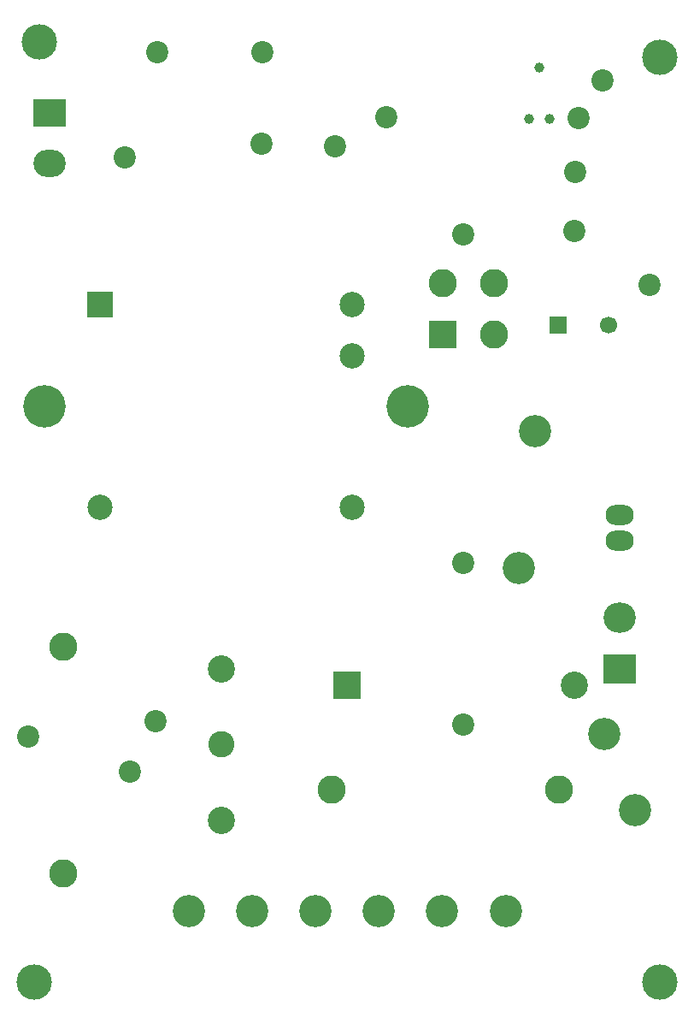
<source format=gbs>
G04 DipTrace 2.4.0.2*
%INPanimon_kello_PCB.GBS*%
%MOMM*%
%ADD14C,1.0*%
%ADD28C,2.5*%
%ADD37R,2.5X2.5*%
%ADD50C,2.6*%
%ADD51C,4.2*%
%ADD52C,3.5*%
%ADD56C,2.2*%
%ADD60O,3.2X2.7*%
%ADD62R,3.2X2.7*%
%ADD78R,2.7X2.7*%
%ADD81C,2.2*%
%ADD83O,2.8X2.0*%
%ADD85O,3.2X3.0*%
%ADD87R,3.2X3.0*%
%ADD89C,2.7*%
%ADD90R,2.8X2.8*%
%ADD96C,3.2*%
%ADD97C,2.8*%
%ADD100C,1.7*%
%ADD102R,1.7X1.7*%
%FSLAX53Y53*%
G04*
G71*
G90*
G75*
G01*
%LNBotMask*%
%LPD*%
D56*
X3900Y90000D3*
X22600Y84550D3*
X-8400Y96400D3*
X25300Y93600D3*
X-18800Y96400D3*
X-8400D3*
X-18800D3*
X22500Y78700D3*
X22900Y89900D3*
X-8500Y87400D3*
X-22000Y86000D3*
X30000Y73400D3*
X11500Y78400D3*
X-1200Y87100D3*
X-31600Y28700D3*
X11500Y29900D3*
Y45900D3*
D97*
X21000Y23400D3*
X-1500D3*
D102*
X20900Y69400D3*
D100*
X25900D3*
D97*
X-28100Y37600D3*
Y15100D3*
D96*
X17000Y45400D3*
X18600Y58900D3*
D90*
X9460Y68478D3*
D97*
X14540D3*
Y73558D3*
X9460D3*
D89*
X-12500Y20400D3*
Y35400D3*
D50*
Y27900D3*
D96*
X28500Y21400D3*
X25500Y28900D3*
D87*
X27000Y35400D3*
D85*
Y40480D3*
D83*
Y48100D3*
Y50640D3*
D81*
X-19000Y30200D3*
X-21500Y25200D3*
D78*
X0Y33800D3*
D89*
X22500D3*
D37*
X-24500Y71400D3*
D28*
Y51400D3*
X500D3*
Y66400D3*
Y71400D3*
D51*
X6000Y61400D3*
X-30000D3*
D96*
X-15700Y11400D3*
X-9420D3*
X-3140D3*
X3140D3*
X9420D3*
X15700D3*
D14*
X19065Y94870D3*
X20081Y89790D3*
X18049D3*
D62*
X-29500Y90400D3*
D60*
Y85400D3*
D52*
X-31000Y4400D3*
X31000D3*
Y95900D3*
X-30500Y97400D3*
M02*

</source>
